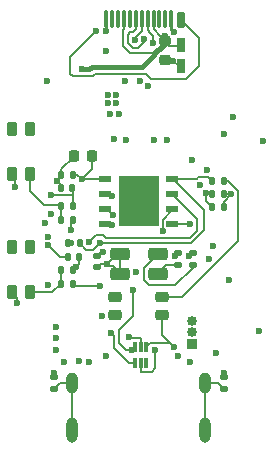
<source format=gbr>
G04 #@! TF.GenerationSoftware,KiCad,Pcbnew,7.0.5*
G04 #@! TF.CreationDate,2023-08-30T18:19:32+03:00*
G04 #@! TF.ProjectId,USB_duck_v2,5553425f-6475-4636-9b5f-76322e6b6963,rev?*
G04 #@! TF.SameCoordinates,Original*
G04 #@! TF.FileFunction,Copper,L4,Bot*
G04 #@! TF.FilePolarity,Positive*
%FSLAX46Y46*%
G04 Gerber Fmt 4.6, Leading zero omitted, Abs format (unit mm)*
G04 Created by KiCad (PCBNEW 7.0.5) date 2023-08-30 18:19:32*
%MOMM*%
%LPD*%
G01*
G04 APERTURE LIST*
G04 Aperture macros list*
%AMRoundRect*
0 Rectangle with rounded corners*
0 $1 Rounding radius*
0 $2 $3 $4 $5 $6 $7 $8 $9 X,Y pos of 4 corners*
0 Add a 4 corners polygon primitive as box body*
4,1,4,$2,$3,$4,$5,$6,$7,$8,$9,$2,$3,0*
0 Add four circle primitives for the rounded corners*
1,1,$1+$1,$2,$3*
1,1,$1+$1,$4,$5*
1,1,$1+$1,$6,$7*
1,1,$1+$1,$8,$9*
0 Add four rect primitives between the rounded corners*
20,1,$1+$1,$2,$3,$4,$5,0*
20,1,$1+$1,$4,$5,$6,$7,0*
20,1,$1+$1,$6,$7,$8,$9,0*
20,1,$1+$1,$8,$9,$2,$3,0*%
G04 Aperture macros list end*
G04 #@! TA.AperFunction,ComponentPad*
%ADD10R,0.850000X0.850000*%
G04 #@! TD*
G04 #@! TA.AperFunction,ComponentPad*
%ADD11O,0.850000X0.850000*%
G04 #@! TD*
G04 #@! TA.AperFunction,SMDPad,CuDef*
%ADD12RoundRect,0.075000X0.075000X0.675000X-0.075000X0.675000X-0.075000X-0.675000X0.075000X-0.675000X0*%
G04 #@! TD*
G04 #@! TA.AperFunction,SMDPad,CuDef*
%ADD13RoundRect,0.175000X-0.175000X-0.525000X0.175000X-0.525000X0.175000X0.525000X-0.175000X0.525000X0*%
G04 #@! TD*
G04 #@! TA.AperFunction,ComponentPad*
%ADD14O,1.000000X1.800000*%
G04 #@! TD*
G04 #@! TA.AperFunction,ComponentPad*
%ADD15O,0.950000X2.150000*%
G04 #@! TD*
G04 #@! TA.AperFunction,SMDPad,CuDef*
%ADD16RoundRect,0.135000X-0.185000X0.135000X-0.185000X-0.135000X0.185000X-0.135000X0.185000X0.135000X0*%
G04 #@! TD*
G04 #@! TA.AperFunction,SMDPad,CuDef*
%ADD17RoundRect,0.140000X0.140000X0.170000X-0.140000X0.170000X-0.140000X-0.170000X0.140000X-0.170000X0*%
G04 #@! TD*
G04 #@! TA.AperFunction,SMDPad,CuDef*
%ADD18RoundRect,0.135000X0.135000X0.185000X-0.135000X0.185000X-0.135000X-0.185000X0.135000X-0.185000X0*%
G04 #@! TD*
G04 #@! TA.AperFunction,SMDPad,CuDef*
%ADD19RoundRect,0.262500X-0.587500X-0.262500X0.587500X-0.262500X0.587500X0.262500X-0.587500X0.262500X0*%
G04 #@! TD*
G04 #@! TA.AperFunction,SMDPad,CuDef*
%ADD20RoundRect,0.225000X-0.225000X-0.250000X0.225000X-0.250000X0.225000X0.250000X-0.225000X0.250000X0*%
G04 #@! TD*
G04 #@! TA.AperFunction,SMDPad,CuDef*
%ADD21RoundRect,0.225000X-0.250000X0.225000X-0.250000X-0.225000X0.250000X-0.225000X0.250000X0.225000X0*%
G04 #@! TD*
G04 #@! TA.AperFunction,SMDPad,CuDef*
%ADD22RoundRect,0.225000X0.225000X-0.375000X0.225000X0.375000X-0.225000X0.375000X-0.225000X-0.375000X0*%
G04 #@! TD*
G04 #@! TA.AperFunction,SMDPad,CuDef*
%ADD23RoundRect,0.135000X0.185000X-0.135000X0.185000X0.135000X-0.185000X0.135000X-0.185000X-0.135000X0*%
G04 #@! TD*
G04 #@! TA.AperFunction,SMDPad,CuDef*
%ADD24RoundRect,0.026400X0.493600X0.193600X-0.493600X0.193600X-0.493600X-0.193600X0.493600X-0.193600X0*%
G04 #@! TD*
G04 #@! TA.AperFunction,SMDPad,CuDef*
%ADD25R,3.400000X4.300000*%
G04 #@! TD*
G04 #@! TA.AperFunction,SMDPad,CuDef*
%ADD26RoundRect,0.225000X0.350000X0.225000X-0.350000X0.225000X-0.350000X-0.225000X0.350000X-0.225000X0*%
G04 #@! TD*
G04 #@! TA.AperFunction,SMDPad,CuDef*
%ADD27R,0.300000X0.850000*%
G04 #@! TD*
G04 #@! TA.AperFunction,SMDPad,CuDef*
%ADD28R,0.760000X1.270000*%
G04 #@! TD*
G04 #@! TA.AperFunction,SMDPad,CuDef*
%ADD29RoundRect,0.140000X0.170000X-0.140000X0.170000X0.140000X-0.170000X0.140000X-0.170000X-0.140000X0*%
G04 #@! TD*
G04 #@! TA.AperFunction,ViaPad*
%ADD30C,0.600000*%
G04 #@! TD*
G04 #@! TA.AperFunction,Conductor*
%ADD31C,0.200000*%
G04 #@! TD*
G04 #@! TA.AperFunction,Conductor*
%ADD32C,0.250000*%
G04 #@! TD*
G04 #@! TA.AperFunction,Conductor*
%ADD33C,0.400000*%
G04 #@! TD*
G04 APERTURE END LIST*
D10*
X4500000Y-27500000D03*
D11*
X4500000Y-26500000D03*
X4500000Y-25500000D03*
D12*
X2750000Y0D03*
X2250000Y0D03*
X1750000Y0D03*
X1250000Y0D03*
X750000Y0D03*
X250000Y0D03*
X-250000Y0D03*
X-750000Y0D03*
X-1250000Y0D03*
X-1750000Y0D03*
X-2250000Y0D03*
X-2750000Y0D03*
D13*
X3600000Y-50000D03*
D14*
X-5620000Y-30800000D03*
D15*
X-5620000Y-34800000D03*
D14*
X5620000Y-30800000D03*
D15*
X5620000Y-34800000D03*
D16*
X3350000Y-19790000D03*
X3350000Y-20810000D03*
D17*
X-5620000Y-14250000D03*
X-6580000Y-14250000D03*
D18*
X-5600000Y-21250000D03*
X-6620000Y-21250000D03*
X-5590000Y-15800000D03*
X-6610000Y-15800000D03*
D17*
X-5600000Y-13150000D03*
X-6560000Y-13150000D03*
D18*
X-5590000Y-17000000D03*
X-6610000Y-17000000D03*
X7210000Y-13700000D03*
X6190000Y-13700000D03*
X-5000000Y-18950000D03*
X-6020000Y-18950000D03*
D19*
X1600000Y-21525000D03*
X-1600000Y-21525000D03*
X1600000Y-19875000D03*
X-1600000Y-19875000D03*
D20*
X-5525000Y-11600000D03*
X-3975000Y-11600000D03*
D18*
X-5600000Y-22400000D03*
X-6620000Y-22400000D03*
D21*
X2200000Y-1865000D03*
X2200000Y-3415000D03*
D22*
X-9250000Y-13100000D03*
X-10750000Y-13100000D03*
X-9250000Y-9300000D03*
X-10750000Y-9300000D03*
D17*
X7180000Y-15900000D03*
X6220000Y-15900000D03*
D23*
X7200000Y-31310000D03*
X7200000Y-30290000D03*
X-7200000Y-31310000D03*
X-7200000Y-30290000D03*
D24*
X2845000Y-13500000D03*
X2845000Y-14770000D03*
X2845000Y-16040000D03*
X2845000Y-17310000D03*
X-2845000Y-17310000D03*
X-2845000Y-16040000D03*
X-2845000Y-14770000D03*
X-2845000Y-13500000D03*
D25*
X0Y-15405000D03*
D26*
X1975000Y-23500000D03*
X1975000Y-25000000D03*
X-1975000Y-25000000D03*
X-1975000Y-23500000D03*
D17*
X-5040000Y-20100000D03*
X-6000000Y-20100000D03*
D27*
X-350000Y-27700000D03*
X150000Y-27700000D03*
X650000Y-27700000D03*
X650000Y-29100000D03*
X150000Y-29100000D03*
X-350000Y-29100000D03*
D22*
X-9250000Y-23100000D03*
X-10750000Y-23100000D03*
X-9250000Y-19300000D03*
X-10750000Y-19300000D03*
D17*
X7180000Y-14800000D03*
X6220000Y-14800000D03*
D28*
X3600000Y-3940000D03*
X3600000Y-2160000D03*
D16*
X4550000Y-19790000D03*
X4550000Y-20810000D03*
D29*
X-3500000Y-20960000D03*
X-3500000Y-20000000D03*
D30*
X-5100000Y-28900000D03*
X-7698911Y-22500500D03*
X7600000Y-22100000D03*
X-2800000Y-2700000D03*
X-2700000Y-20700000D03*
X-10300000Y-24000000D03*
X-7000000Y-28000000D03*
X2900000Y-3500000D03*
X-7200000Y-29900000D03*
X-1700000Y-8000000D03*
X-7000000Y-27000000D03*
X-6300000Y-29000000D03*
X7800000Y-14800000D03*
X7200000Y-29900000D03*
X8000000Y-8300000D03*
X-2400000Y-8000000D03*
X-7800000Y-5200000D03*
X-1100000Y-10200000D03*
X10200000Y-26400000D03*
X7210000Y-9700000D03*
X4354500Y-17321236D03*
X-4200000Y-29000000D03*
X-6900000Y-13700000D03*
X-7699500Y-19100000D03*
X-1200000Y-5200000D03*
X-10500000Y-14200000D03*
X-7699500Y-18406374D03*
X-2800000Y-1000000D03*
X-3100000Y-25100000D03*
X2390000Y-10180000D03*
X2985061Y-27765141D03*
X4300000Y-29000000D03*
X10500000Y-10300000D03*
X-7000000Y-26000000D03*
X6310000Y-19180000D03*
X2947060Y-1074626D03*
X-5769500Y-18900000D03*
X-5770000Y-17850000D03*
X5978819Y-20321888D03*
X-2110000Y-10110000D03*
X5652503Y-14723601D03*
X-2600000Y-6400000D03*
X-3323911Y-22576089D03*
X-2600000Y-7100000D03*
X6500000Y-28200000D03*
X-3000000Y-19700000D03*
X1270000Y-10190000D03*
X-4850000Y-13550000D03*
X-1900000Y-7100000D03*
X-1900000Y-6400000D03*
X5770000Y-12780000D03*
X-250500Y-21400000D03*
X3300000Y-28500000D03*
X-2800000Y-28500000D03*
X2200181Y-1359891D03*
X-4800000Y-4200000D03*
X-7400000Y-14900000D03*
X-5325000Y-20975000D03*
X453710Y-1644849D03*
X-350500Y-1700000D03*
X1380000Y-27999500D03*
X-7900000Y-17210000D03*
X813966Y-5670000D03*
X114474Y-5200000D03*
X-2371844Y-26559461D03*
X-7450500Y-16480000D03*
X-480000Y-22900000D03*
X-536944Y-28000500D03*
X-854406Y-26923008D03*
X1170000Y-2000000D03*
X-3600000Y-1000000D03*
X-3304891Y-18890000D03*
X3068920Y-20038067D03*
X4214183Y-20014183D03*
X5220000Y-14026406D03*
X4510000Y-11880000D03*
X-2260000Y-14930000D03*
X-2199509Y-16587576D03*
X-2246275Y-17388056D03*
X2034658Y-17925818D03*
X-4215496Y-18883700D03*
D31*
X7548529Y-13700000D02*
X8400000Y-14551471D01*
X3648529Y-23500000D02*
X1975000Y-23500000D01*
X8400000Y-14551471D02*
X8400000Y-18748529D01*
X8400000Y-18748529D02*
X3648529Y-23500000D01*
X7210000Y-13700000D02*
X7548529Y-13700000D01*
X950000Y-27400000D02*
X650000Y-27700000D01*
X-10500000Y-13350000D02*
X-10750000Y-13100000D01*
X-2700000Y-20700000D02*
X-2500000Y-20900000D01*
D32*
X-2750000Y0D02*
X-2750000Y-950000D01*
D31*
X3600000Y-3890000D02*
X3290000Y-3890000D01*
X2985061Y-27765141D02*
X1975000Y-26755080D01*
X-2750000Y-950000D02*
X-2800000Y-1000000D01*
X-1600000Y-21525000D02*
X-1600000Y-19875000D01*
X-10500000Y-14200000D02*
X-10500000Y-13350000D01*
X-2700000Y-20700000D02*
X-3240000Y-20700000D01*
X-6560000Y-12660000D02*
X-6560000Y-13150000D01*
X-6580000Y-14250000D02*
X-6580000Y-14020000D01*
X7800000Y-14800000D02*
X7180000Y-15420000D01*
X2619920Y-27400000D02*
X950000Y-27400000D01*
X-2225000Y-20900000D02*
X-1600000Y-21525000D01*
X-10300000Y-23550000D02*
X-10750000Y-23100000D01*
X-6580000Y-14020000D02*
X-6900000Y-13700000D01*
D32*
X2947060Y-1074626D02*
X2750000Y-877566D01*
D31*
X2856236Y-17321236D02*
X2845000Y-17310000D01*
D32*
X2750000Y-877566D02*
X2750000Y0D01*
D31*
X-6560000Y-13360000D02*
X-6900000Y-13700000D01*
X-1600000Y-19875000D02*
X-1875000Y-19875000D01*
X2985061Y-27765141D02*
X2619920Y-27400000D01*
X-3240000Y-20700000D02*
X-3500000Y-20960000D01*
X1975000Y-26755080D02*
X1975000Y-25000000D01*
X-5525000Y-11600000D02*
X-5525000Y-11625000D01*
X-2500000Y-20900000D02*
X-2225000Y-20900000D01*
X3290000Y-3890000D02*
X2900000Y-3500000D01*
X-10300000Y-24000000D02*
X-10300000Y-23550000D01*
X4354500Y-17321236D02*
X2856236Y-17321236D01*
X-6000000Y-20100000D02*
X-6699500Y-20100000D01*
X-5525000Y-11625000D02*
X-6560000Y-12660000D01*
X7220000Y-14800000D02*
X7800000Y-14800000D01*
X-6699500Y-20100000D02*
X-7699500Y-19100000D01*
X-6560000Y-13150000D02*
X-6560000Y-13360000D01*
X7180000Y-15420000D02*
X7180000Y-15900000D01*
X2325000Y-3500000D02*
X2200000Y-3375000D01*
X-1875000Y-19875000D02*
X-2700000Y-20700000D01*
X2900000Y-3500000D02*
X2325000Y-3500000D01*
X-3975000Y-11600000D02*
X-3975000Y-12675000D01*
X-3200000Y-19700000D02*
X-3500000Y-20000000D01*
X-4850000Y-13550000D02*
X-2895000Y-13550000D01*
X-3323911Y-22576089D02*
X-5423911Y-22576089D01*
X5728902Y-14800000D02*
X6220000Y-14800000D01*
X-3975000Y-12675000D02*
X-4850000Y-13550000D01*
X-2895000Y-13550000D02*
X-2845000Y-13500000D01*
X-5770000Y-17850000D02*
X-5770000Y-17180000D01*
X5652503Y-15332503D02*
X6220000Y-15900000D01*
X-5770000Y-17180000D02*
X-5590000Y-17000000D01*
X-5250000Y-13150000D02*
X-4850000Y-13550000D01*
X-3000000Y-19700000D02*
X-3200000Y-19700000D01*
X-5600000Y-13150000D02*
X-5250000Y-13150000D01*
X5652503Y-14723601D02*
X5728902Y-14800000D01*
X-5423911Y-22576089D02*
X-5600000Y-22400000D01*
X5652503Y-14723601D02*
X5652503Y-15332503D01*
X-730000Y-2870000D02*
X1210000Y-2870000D01*
D33*
X-4200000Y-4200000D02*
X-4000000Y-4000000D01*
D31*
X-1350000Y-2250000D02*
X-730000Y-2870000D01*
X2200000Y-1880000D02*
X2200000Y-1825000D01*
X2200181Y-1359891D02*
X2200000Y-1360072D01*
X2200181Y-1359891D02*
X1799891Y-1359891D01*
X1250000Y-810000D02*
X1250000Y0D01*
X2200000Y-1825000D02*
X2600000Y-2225000D01*
D33*
X1325000Y-2985000D02*
X1325000Y-2931117D01*
D31*
X1210000Y-2870000D02*
X2200000Y-1880000D01*
X1799891Y-1359891D02*
X1250000Y-810000D01*
D33*
X2200000Y-2056117D02*
X2200000Y-1825000D01*
X-4000000Y-4000000D02*
X310000Y-4000000D01*
X310000Y-4000000D02*
X1325000Y-2985000D01*
X1325000Y-2931117D02*
X2200000Y-2056117D01*
D31*
X-1250000Y-780330D02*
X-1350000Y-880330D01*
X2200000Y-1360072D02*
X2200000Y-1825000D01*
D33*
X-4800000Y-4200000D02*
X-4200000Y-4200000D01*
D31*
X-1350000Y-880330D02*
X-1350000Y-2250000D01*
X-1250000Y0D02*
X-1250000Y-780330D01*
X2600000Y-2225000D02*
X3515000Y-2225000D01*
X-5590000Y-14280000D02*
X-5620000Y-14250000D01*
X-5590000Y-15800000D02*
X-5590000Y-14900000D01*
X-5590000Y-14900000D02*
X-5590000Y-14280000D01*
X-5590000Y-14900000D02*
X-7400000Y-14900000D01*
X-5325000Y-20975000D02*
X-5040000Y-20690000D01*
X-5040000Y-20690000D02*
X-5600000Y-21250000D01*
X-5040000Y-20100000D02*
X-5040000Y-20690000D01*
X2315000Y-20810000D02*
X1600000Y-21525000D01*
X3350000Y-20810000D02*
X2315000Y-20810000D01*
X403339Y-22078223D02*
X403339Y-21071661D01*
X3100000Y-22500000D02*
X825116Y-22500000D01*
X4550000Y-21050000D02*
X3100000Y-22500000D01*
X403339Y-21071661D02*
X1600000Y-19875000D01*
X825116Y-22500000D02*
X403339Y-22078223D01*
X4550000Y-20810000D02*
X4550000Y-21050000D01*
X-710000Y-1050000D02*
X-519670Y-1050000D01*
X453710Y-1926290D02*
X-60000Y-2440000D01*
X-519670Y-1050000D02*
X-250000Y-780330D01*
X-950000Y-1990000D02*
X-950000Y-1290000D01*
X-500000Y-2440000D02*
X-950000Y-1990000D01*
X-950000Y-1290000D02*
X-710000Y-1050000D01*
X453710Y-1644849D02*
X453710Y-1926290D01*
X-60000Y-2440000D02*
X-500000Y-2440000D01*
X-250000Y-780330D02*
X-250000Y0D01*
X-350500Y-1566570D02*
X250000Y-966070D01*
X-350500Y-1700000D02*
X-350500Y-1566570D01*
X250000Y-966070D02*
X250000Y0D01*
X1100000Y-29825000D02*
X200000Y-29825000D01*
X150000Y-29775000D02*
X150000Y-29100000D01*
X1380000Y-29545000D02*
X1100000Y-29825000D01*
X200000Y-29825000D02*
X150000Y-29775000D01*
X1380000Y-27999500D02*
X1380000Y-29545000D01*
X-800000Y-29100000D02*
X-350000Y-29100000D01*
X-2100000Y-26831305D02*
X-2100000Y-27800000D01*
X-2100000Y-27800000D02*
X-800000Y-29100000D01*
X-2371844Y-26559461D02*
X-2100000Y-26831305D01*
X-480000Y-22900000D02*
X-480000Y-25080000D01*
X-350000Y-27813556D02*
X-350000Y-27700000D01*
X-536944Y-28000500D02*
X-350000Y-27813556D01*
X-1099500Y-28000500D02*
X-536944Y-28000500D01*
X-1700000Y-26300000D02*
X-1700000Y-27400000D01*
X-480000Y-25080000D02*
X-1700000Y-26300000D01*
X-1700000Y-27400000D02*
X-1099500Y-28000500D01*
X-802414Y-26975000D02*
X100000Y-26975000D01*
X150000Y-27025000D02*
X150000Y-27700000D01*
X100000Y-26975000D02*
X150000Y-27025000D01*
X-854406Y-26923008D02*
X-802414Y-26975000D01*
X825000Y-982570D02*
X750000Y-907570D01*
X1170000Y-1396040D02*
X825000Y-1051040D01*
X1170000Y-2000000D02*
X1170000Y-1396040D01*
X750000Y-907570D02*
X750000Y0D01*
X825000Y-1051040D02*
X825000Y-982570D01*
X-3900000Y-4800000D02*
X-5600000Y-4800000D01*
X-5800000Y-3200000D02*
X-3600000Y-1000000D01*
X-5600000Y-4800000D02*
X-5800000Y-4600000D01*
X5100000Y-3900000D02*
X4000000Y-5000000D01*
X-5800000Y-4600000D02*
X-5800000Y-3200000D01*
X5100000Y-1550000D02*
X5100000Y-3900000D01*
X1017106Y-5000000D02*
X617106Y-4600000D01*
X3600000Y-50000D02*
X5100000Y-1550000D01*
X4000000Y-5000000D02*
X1017106Y-5000000D01*
X-3700000Y-4600000D02*
X-3900000Y-4800000D01*
X617106Y-4600000D02*
X-3700000Y-4600000D01*
X5620000Y-34800000D02*
X5620000Y-30800000D01*
X-5620000Y-30800000D02*
X-6690000Y-30800000D01*
X5620000Y-30800000D02*
X6690000Y-30800000D01*
X-6690000Y-30800000D02*
X-7200000Y-31310000D01*
X6690000Y-30800000D02*
X7200000Y-31310000D01*
X-5620000Y-34800000D02*
X-5620000Y-30800000D01*
X5550000Y-16160000D02*
X2890000Y-13500000D01*
X5870000Y-13380000D02*
X6190000Y-13700000D01*
X-3304891Y-18890000D02*
X-3234891Y-18960000D01*
X-4466300Y-19483700D02*
X-5000000Y-18950000D01*
X-3234891Y-18960000D02*
X4450000Y-18960000D01*
X-3898591Y-19483700D02*
X-4466300Y-19483700D01*
X2845000Y-13500000D02*
X4897877Y-13500000D01*
X5017877Y-13380000D02*
X5870000Y-13380000D01*
X5550000Y-17860000D02*
X5550000Y-16160000D01*
X4897877Y-13500000D02*
X5017877Y-13380000D01*
X-3304891Y-18890000D02*
X-3898591Y-19483700D01*
X4450000Y-18960000D02*
X5550000Y-17860000D01*
X2890000Y-13500000D02*
X2845000Y-13500000D01*
X-9200000Y-14500000D02*
X-8000000Y-15700000D01*
X-9250000Y-13100000D02*
X-9200000Y-13150000D01*
X-9200000Y-13150000D02*
X-9200000Y-14500000D01*
X-6710000Y-15700000D02*
X-6610000Y-15800000D01*
X-6610000Y-15800000D02*
X-6610000Y-17000000D01*
X-8000000Y-15700000D02*
X-6710000Y-15700000D01*
X-6620000Y-21250000D02*
X-6620000Y-22400000D01*
X-7320000Y-23100000D02*
X-6620000Y-22400000D01*
X-9250000Y-23100000D02*
X-7320000Y-23100000D01*
X3068920Y-20038067D02*
X3101933Y-20038067D01*
X3101933Y-20038067D02*
X3350000Y-19790000D01*
X4214183Y-20014183D02*
X4438366Y-19790000D01*
X4438366Y-19790000D02*
X4550000Y-19790000D01*
X-2260000Y-14930000D02*
X-2685000Y-14930000D01*
X-2685000Y-14930000D02*
X-2845000Y-14770000D01*
X-2747085Y-16040000D02*
X-2845000Y-16040000D01*
X-2199509Y-16587576D02*
X-2747085Y-16040000D01*
X-2766944Y-17388056D02*
X-2845000Y-17310000D01*
X-2246275Y-17388056D02*
X-2766944Y-17388056D01*
X2034658Y-17925818D02*
X2034658Y-17839658D01*
X2034658Y-17839658D02*
X2025000Y-17830000D01*
X2845000Y-16161201D02*
X2845000Y-16040000D01*
X2025000Y-17830000D02*
X2025000Y-16981201D01*
X2025000Y-16981201D02*
X2845000Y-16161201D01*
X4318496Y-18525818D02*
X-2794182Y-18525818D01*
X-2794182Y-18525818D02*
X-3050000Y-18270000D01*
X4954500Y-16879500D02*
X4954500Y-17889814D01*
X-3601796Y-18270000D02*
X-4215496Y-18883700D01*
X-3050000Y-18270000D02*
X-3601796Y-18270000D01*
X2845000Y-14770000D02*
X4954500Y-16879500D01*
X4954500Y-17889814D02*
X4318496Y-18525818D01*
M02*

</source>
